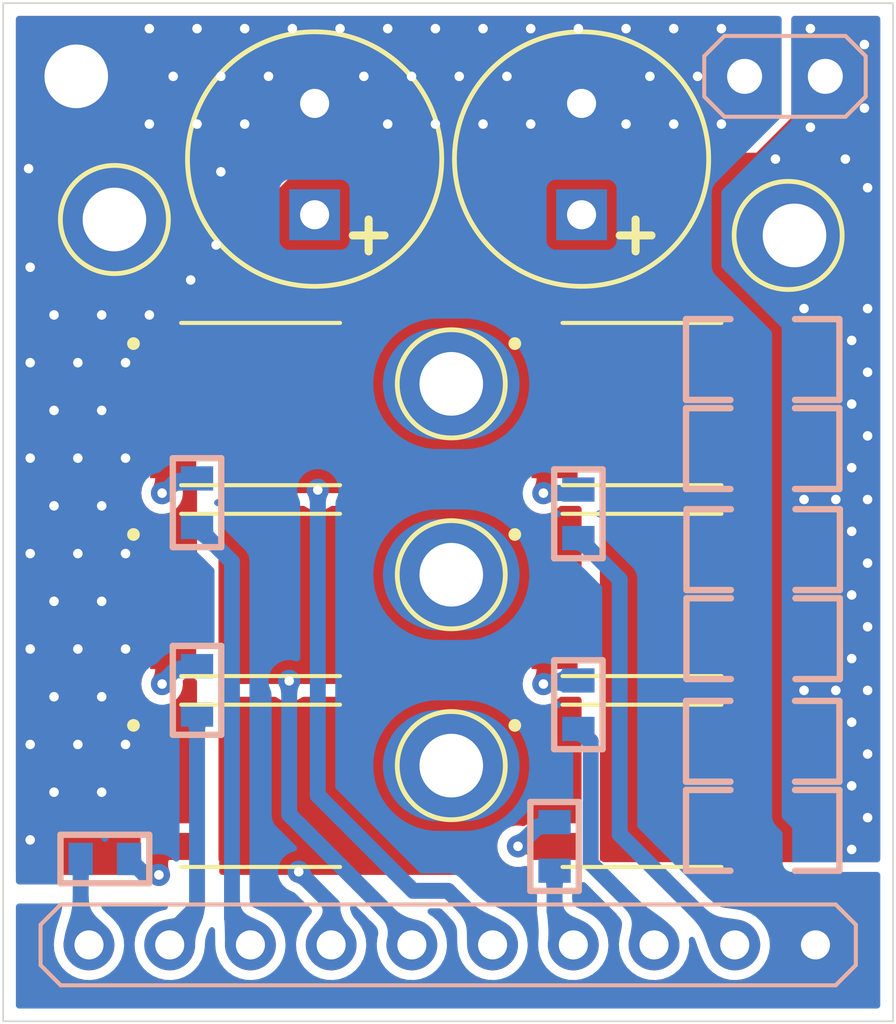
<source format=kicad_pcb>
(kicad_pcb (version 20211014) (generator pcbnew)
  (layers (0 "F.Cu" signal "Top Layer") (31 "B.Cu" signal "Bottom Layer") (34 "B.Paste" user "Bottom Paste") (35 "F.Paste" user "Top Paste") (36 "B.SilkS" user "Bottom Overlay") (37 "F.SilkS" user "Top Overlay") (38 "B.Mask" user "Bottom Solder") (39 "F.Mask" user "Top Solder") (44 "Edge.Cuts" user))
  (net 0 "")
  (net 1 "/MC")
  (net 2 "Net-(Q1-Pad4)")
  (net 3 "/MB")
  (net 4 "Net-(Q3-Pad4)")
  (net 5 "/MA")
  (net 6 "Net-(Q5-Pad4)")
  (net 7 "Net-(Q7-Pad4)")
  (net 8 "Net-(Q9-Pad4)")
  (net 9 "Net-(Q11-Pad4)")
  (net 10 "/GHIC")
  (net 11 "/GHIB")
  (net 12 "/GHIA")
  (net 13 "/GLOC")
  (net 14 "/GLOB")
  (net 15 "GND")
  (net 16 "VCC")
  (net 17 "/GLOA")
  (footprint "TPHR8504PL_L1Q.IntLib:TRANS_TPHR8504PL,L1Q" (layer "F.Cu") (at 142.601098 107.603599)
    (fp_text reference "Q9" hide)
    (fp_text value "(DNP)TPHR8504PL,L1Q" hide)
  )
  (footprint "test.PcbLib:CAP+_D8_3R5" (layer "F.Cu") (at 144.301098 93.903601 90)
    (fp_text reference "C1" hide)
    (fp_text value "220uF" hide)
  )
  (footprint "test.PcbLib:WIRE_TH_PAD" (layer "F.Cu") (at 148.601098 112.968599 90)
    (fp_text reference "TP3" hide)
    (fp_text value "~" hide)
  )
  (footprint "test.PcbLib:WIRE_TH_PAD" (layer "F.Cu") (at 148.601098 100.968601 90)
    (fp_text reference "TP5" hide)
    (fp_text value "~" hide)
  )
  (footprint "" (layer "F.Cu") (at 160.2011 106.703601)
    (fp_text reference "")
    (fp_text value "")
  )
  (footprint "" (layer "F.Cu") (at 137.0011 106.203599)
    (fp_text reference "")
    (fp_text value "")
  )
  (footprint "test.PcbLib:CAP+_D8_3R5" (layer "F.Cu") (at 152.701098 93.903601 90)
    (fp_text reference "C2" hide)
    (fp_text value "220uF" hide)
  )
  (footprint "TPHR8504PL_L1Q.IntLib:TRANS_TPHR8504PL,L1Q" (layer "F.Cu") (at 142.601098 113.603599)
    (fp_text reference "Q7" hide)
    (fp_text value "(DNP)TPHR8504PL,L1Q" hide)
  )
  (footprint "TPHR8504PL_L1Q.IntLib:TRANS_TPHR8504PL,L1Q" (layer "F.Cu") (at 154.601098 113.603599)
    (fp_text reference "Q1" hide)
    (fp_text value "(DNP)TPHR8504PL,L1Q" hide)
  )
  (footprint "TPHR8504PL_L1Q.IntLib:TRANS_TPHR8504PL,L1Q" (layer "F.Cu") (at 154.601098 107.603599)
    (fp_text reference "Q3" hide)
    (fp_text value "(DNP)TPHR8504PL,L1Q" hide)
  )
  (footprint "TPHR8504PL_L1Q.IntLib:TRANS_TPHR8504PL,L1Q" (layer "F.Cu") (at 154.601098 101.603601)
    (fp_text reference "Q5" hide)
    (fp_text value "(DNP)TPHR8504PL,L1Q" hide)
  )
  (footprint "test.PcbLib:WIRE_TH_PAD" (layer "F.Cu") (at 148.601098 106.968599 90)
    (fp_text reference "TP4" hide)
    (fp_text value "~" hide)
  )
  (footprint "TPHR8504PL_L1Q.IntLib:TRANS_TPHR8504PL,L1Q" (layer "F.Cu") (at 142.601098 101.603601)
    (fp_text reference "Q11" hide)
    (fp_text value "(DNP)TPHR8504PL,L1Q" hide)
  )
  (footprint "test.PcbLib:WIRE_TH_PAD" (layer "F.Cu") (at 159.201098 96.303601)
    (fp_text reference "TP1" hide)
    (fp_text value "~" hide)
  )
  (footprint "test.PcbLib:WIRE_TH_PAD" (layer "F.Cu") (at 138.001098 95.803599 90)
    (fp_text reference "TP2" hide)
    (fp_text value "~" hide)
  )
  (footprint "test.PcbLib:C1206" (layer "B.Cu") (at 158.415365 106.178599)
    (fp_text reference "C3" hide)
    (fp_text value "10uF" hide)
  )
  (footprint "test.PcbLib:C1206" (layer "B.Cu") (at 158.401101 103.003603)
    (fp_text reference "C7" hide)
    (fp_text value "10uF" hide)
  )
  (footprint "test.PcbLib:R0603" (layer "B.Cu") (at 140.601098 110.603601 90)
    (fp_text reference "R5" hide)
    (fp_text value "10R" hide)
  )
  (footprint "test.PcbLib:C1206" (layer "B.Cu") (at 158.401101 100.203601)
    (fp_text reference "C8" hide)
    (fp_text value "10uF" hide)
  )
  (footprint "test.PcbLib:C1206" (layer "B.Cu") (at 158.401096 115.003597)
    (fp_text reference "C5" hide)
    (fp_text value "10uF" hide)
  )
  (footprint "test.PcbLib:R0603" (layer "B.Cu") (at 151.851098 115.508599 90)
    (fp_text reference "R1" hide)
    (fp_text value "10R" hide)
  )
  (footprint "Super_Lib_V1_0.IntLib:STL2X1" (layer "B.Cu") (at 159.101098 91.303601 90)
    (fp_text reference "ST1" hide)
    (fp_text value "~" hide)
  )
  (footprint "test.PcbLib:R0603" (layer "B.Cu") (at 152.6011 105.053599 90)
    (fp_text reference "R3" hide)
    (fp_text value "10R" hide)
  )
  (footprint "test.PcbLib:R0603" (layer "B.Cu") (at 152.6011 111.053599 90)
    (fp_text reference "R2" hide)
    (fp_text value "10R" hide)
  )
  (footprint "test.PcbLib:C1206" (layer "B.Cu") (at 158.401096 112.203599)
    (fp_text reference "C6" hide)
    (fp_text value "10uF" hide)
  )
  (footprint "test.PcbLib:R0603" (layer "B.Cu") (at 140.601098 104.703599 90)
    (fp_text reference "R6" hide)
    (fp_text value "10R" hide)
  )
  (footprint "test.PcbLib:STL10X1" (layer "B.Cu") (at 160.061098 118.603599 180)
    (fp_text reference "ST2" hide)
    (fp_text value "=Value" hide)
  )
  (footprint "test.PcbLib:R0603" (layer "B.Cu") (at 137.701098 115.903599)
    (fp_text reference "R4" hide)
    (fp_text value "10R" hide)
  )
  (footprint "test.PcbLib:C1206" (layer "B.Cu") (at 158.415365 108.978595)
    (fp_text reference "C4" hide)
    (fp_text value "10uF" hide)
  )
  (gr_poly (pts (xy 150.804146 115.256101) (xy 150.899147 115.255156) (xy 151.124145 115.240988) (xy 151.179147 115.232487) (xy 151.224145 115.222098) (xy 151.259146 115.20982) (xy 151.284145 115.195651) (xy 151.299146 115.179594) (xy 151.304145 115.161648) (xy 151.304145 115.855551) (xy 151.299146 115.836656) (xy 151.284145 115.81975) (xy 151.259146 115.80483) (xy 151.224145 115.791901) (xy 151.179147 115.780964) (xy 151.124145 115.772013) (xy 151.059147 115.765051) (xy 150.899147 115.757096) (xy 150.804146 115.7561)) (layer "F.Cu") (width 0) (fill solid))
  (gr_poly (pts (xy 151.615681 110.093139) (xy 151.706969 110.091344) (xy 151.86072 110.076985) (xy 151.923179 110.06442) (xy 151.976031 110.048265) (xy 152.019272 110.028522) (xy 152.052907 110.005189) (xy 152.07693 109.978265) (xy 152.091342 109.947752) (xy 152.096148 109.913648) (xy 152.096148 110.669552) (xy 152.091342 110.655033) (xy 152.07693 110.642044) (xy 152.052907 110.630581) (xy 152.019272 110.620647) (xy 151.976031 110.612242) (xy 151.923179 110.605363) (xy 151.78865 110.596194) (xy 151.615681 110.593138)) (layer "B.Cu") (width 0) (fill solid))
  (gr_poly (pts (xy 146.836755 117.485703) (xy 146.887306 117.532733) (xy 146.941873 117.576747) (xy 147.000455 117.617735) (xy 147.063054 117.655702) (xy 147.12967 117.690648) (xy 147.2003 117.72257) (xy 147.274946 117.751473) (xy 147.436284 117.800211) (xy 147.522977 117.820048) (xy 146.580939 118.426082) (xy 146.595468 118.347685) (xy 146.602791 118.271861) (xy 146.602907 118.198615) (xy 146.595821 118.127944) (xy 146.581526 118.059852) (xy 146.560027 117.994333) (xy 146.53132 117.931391) (xy 146.495409 117.871026) (xy 146.45229 117.813236) (xy 146.401968 117.758021)) (layer "B.Cu") (width 0) (fill solid))
  (gr_line (start 134.5011 121.003599) (end 162.5011 121.003599) (layer "Edge.Cuts") (width 0.05))
  (gr_line (start 162.5011 121.003599) (end 162.5011 89.003601) (layer "Edge.Cuts") (width 0.05))
  (gr_line (start 162.5011 89.003601) (end 134.5011 89.003601) (layer "Edge.Cuts") (width 0.05))
  (gr_line (start 134.5011 89.003601) (end 134.5011 121.003599) (layer "Edge.Cuts") (width 0.05))
  (segment (start 143.801098 116.303599) (end 143.801098 115.403601) (width 0.5) (layer "F.Cu") (net 1))
  (via (at 143.801098 116.303599) (size 0.7) (drill 0.3) (layers "F.Cu" "B.Cu") (net 1))
  (segment (start 144.865014 118.559683) (end 144.865014 117.367517) (width 0.5) (layer "B.Cu") (net 1))
  (segment (start 143.801098 116.303599) (end 144.865014 117.367517) (width 0.5) (layer "B.Cu") (net 1))
  (segment (start 144.821098 118.603599) (end 144.865014 118.559683) (width 0.5) (layer "B.Cu") (net 1))
  (segment (start 150.703598 115.5061) (end 151.848599 115.5061) (width 0.5) (layer "F.Cu") (net 2))
  (segment (start 151.848599 115.5061) (end 151.851098 115.508599) (width 0.5) (layer "F.Cu") (net 2))
  (segment (start 150.701098 115.503601) (end 150.703598 115.5061) (width 0.5) (layer "F.Cu") (net 2))
  (via (at 150.701098 115.503601) (size 0.7) (drill 0.3) (layers "F.Cu" "B.Cu") (net 2))
  (segment (start 151.720098 114.877599) (end 151.851098 114.746599) (width 0.5) (layer "B.Cu") (net 2))
  (segment (start 150.701098 115.503601) (end 151.327098 114.877599) (width 0.5) (layer "B.Cu") (net 2))
  (segment (start 151.327098 114.877599) (end 151.720098 114.877599) (width 0.5) (layer "B.Cu") (net 2))
  (segment (start 143.501098 110.303601) (end 143.501098 109.203601) (width 0.5) (layer "F.Cu") (net 3))
  (via (at 143.501098 110.303601) (size 0.7) (drill 0.3) (layers "F.Cu" "B.Cu") (net 3))
  (segment (start 143.501098 114.503599) (end 147.301098 118.303599) (width 0.5) (layer "B.Cu") (net 3))
  (segment (start 143.501098 114.503599) (end 143.501098 110.303601) (width 0.5) (layer "B.Cu") (net 3))
  (segment (start 147.301098 118.603599) (end 147.301098 118.303599) (width 0.5) (layer "B.Cu") (net 3))
  (segment (start 151.501098 110.403601) (end 151.539364 110.365333) (width 0.5) (layer "F.Cu") (net 4))
  (segment (start 151.714365 109.508599) (end 151.851098 109.508599) (width 0.5) (layer "F.Cu") (net 4))
  (segment (start 151.539364 109.683599) (end 151.714365 109.508599) (width 0.5) (layer "F.Cu") (net 4))
  (segment (start 151.539364 110.365333) (end 151.539364 109.683599) (width 0.5) (layer "F.Cu") (net 4))
  (via (at 151.501098 110.403601) (size 0.7) (drill 0.3) (layers "F.Cu" "B.Cu") (net 4))
  (segment (start 151.555219 110.403601) (end 151.615681 110.343139) (width 0.5) (layer "B.Cu") (net 4))
  (segment (start 151.615681 110.343139) (end 152.561559 110.343139) (width 0.5) (layer "B.Cu") (net 4))
  (segment (start 152.561559 110.343139) (end 152.601098 110.303601) (width 0.5) (layer "B.Cu") (net 4))
  (segment (start 151.501098 110.403601) (end 151.555219 110.403601) (width 0.5) (layer "B.Cu") (net 4))
  (segment (start 144.401098 104.303601) (end 144.401098 102.303599) (width 0.5) (layer "F.Cu") (net 5))
  (segment (start 144.401098 102.303599) (end 144.501098 102.203599) (width 0.5) (layer "F.Cu") (net 5))
  (via (at 144.401098 104.303601) (size 0.7) (drill 0.3) (layers "F.Cu" "B.Cu") (net 5))
  (segment (start 149.455015 117.859804) (end 149.901098 118.305887) (width 0.5) (layer "B.Cu") (net 5))
  (segment (start 149.901098 118.603599) (end 149.901098 118.305887) (width 0.5) (layer "B.Cu") (net 5))
  (segment (start 148.5011 116.903601) (end 149.455015 117.857516) (width 0.5) (layer "B.Cu") (net 5))
  (segment (start 147.4011 116.903601) (end 148.5011 116.903601) (width 0.5) (layer "B.Cu") (net 5))
  (segment (start 144.401098 113.903599) (end 144.401098 104.303601) (width 0.5) (layer "B.Cu") (net 5))
  (segment (start 144.401098 113.903599) (end 147.4011 116.903601) (width 0.5) (layer "B.Cu") (net 5))
  (segment (start 149.455015 117.859804) (end 149.455015 117.857516) (width 0.5) (layer "B.Cu") (net 5))
  (segment (start 151.539364 103.683602) (end 151.714365 103.508601) (width 0.5) (layer "F.Cu") (net 6))
  (segment (start 151.501098 104.403599) (end 151.539364 104.365333) (width 0.5) (layer "F.Cu") (net 6))
  (segment (start 151.714365 103.508601) (end 151.851098 103.508601) (width 0.5) (layer "F.Cu") (net 6))
  (segment (start 151.539364 104.365333) (end 151.539364 103.683602) (width 0.5) (layer "F.Cu") (net 6))
  (via (at 151.501098 104.403599) (size 0.7) (drill 0.3) (layers "F.Cu" "B.Cu") (net 6))
  (segment (start 151.507619 104.397078) (end 152.495621 104.397078) (width 0.5) (layer "B.Cu") (net 6))
  (segment (start 151.501098 104.403599) (end 151.507619 104.397078) (width 0.5) (layer "B.Cu") (net 6))
  (segment (start 152.495621 104.397078) (end 152.6011 104.291599) (width 0.5) (layer "B.Cu") (net 6))
  (segment (start 139.699098 115.508599) (end 139.851098 115.508599) (width 0.254) (layer "F.Cu") (net 7))
  (segment (start 139.439366 115.565333) (end 139.501098 115.503601) (width 0.5) (layer "F.Cu") (net 7))
  (segment (start 139.439366 116.365332) (end 139.439366 115.565333) (width 0.5) (layer "F.Cu") (net 7))
  (segment (start 139.401098 116.403599) (end 139.439366 116.365332) (width 0.5) (layer "F.Cu") (net 7))
  (segment (start 139.602596 115.605102) (end 139.699098 115.508599) (width 0.254) (layer "F.Cu") (net 7))
  (via (at 139.401098 116.403599) (size 0.7) (drill 0.3) (layers "F.Cu" "B.Cu") (net 7))
  (segment (start 138.721098 116.161601) (end 138.92483 116.365332) (width 0.5) (layer "B.Cu") (net 7))
  (segment (start 138.92483 116.365332) (end 139.36283 116.365332) (width 0.5) (layer "B.Cu") (net 7))
  (segment (start 138.594098 116.161601) (end 138.721098 116.161601) (width 0.5) (layer "B.Cu") (net 7))
  (segment (start 138.463098 116.030599) (end 138.594098 116.161601) (width 0.5) (layer "B.Cu") (net 7))
  (segment (start 139.36283 116.365332) (end 139.401098 116.403599) (width 0.5) (layer "B.Cu") (net 7))
  (segment (start 138.463098 116.030599) (end 138.463098 115.903599) (width 0.5) (layer "B.Cu") (net 7))
  (segment (start 139.501098 110.403601) (end 139.539365 110.365333) (width 0.5) (layer "F.Cu") (net 8))
  (segment (start 139.539365 110.365333) (end 139.539365 109.683599) (width 0.5) (layer "F.Cu") (net 8))
  (segment (start 139.539365 109.683599) (end 139.714366 109.508599) (width 0.5) (layer "F.Cu") (net 8))
  (segment (start 139.714366 109.508599) (end 139.851098 109.508599) (width 0.5) (layer "F.Cu") (net 8))
  (via (at 139.501098 110.403601) (size 0.7) (drill 0.3) (layers "F.Cu" "B.Cu") (net 8))
  (segment (start 139.896215 109.972601) (end 140.470098 109.972601) (width 0.5) (layer "B.Cu") (net 8))
  (segment (start 139.426272 110.442544) (end 139.896215 109.972601) (width 0.5) (layer "B.Cu") (net 8))
  (segment (start 140.470098 109.972601) (end 140.601098 109.841601) (width 0.5) (layer "B.Cu") (net 8))
  (segment (start 139.539365 103.683602) (end 139.714366 103.508601) (width 0.5) (layer "F.Cu") (net 9))
  (segment (start 139.539365 104.365333) (end 139.539365 103.683602) (width 0.5) (layer "F.Cu") (net 9))
  (segment (start 139.501098 104.403599) (end 139.539365 104.365333) (width 0.5) (layer "F.Cu") (net 9))
  (segment (start 139.714366 103.508601) (end 139.851098 103.508601) (width 0.5) (layer "F.Cu") (net 9))
  (via (at 139.501098 104.403599) (size 0.7) (drill 0.3) (layers "F.Cu" "B.Cu") (net 9))
  (segment (start 139.55522 104.403599) (end 139.88622 104.072599) (width 0.5) (layer "B.Cu") (net 9))
  (segment (start 139.88622 104.072599) (end 140.470098 104.072599) (width 0.5) (layer "B.Cu") (net 9))
  (segment (start 139.501098 104.403599) (end 139.55522 104.403599) (width 0.5) (layer "B.Cu") (net 9))
  (segment (start 140.470098 104.072599) (end 140.601098 103.941599) (width 0.5) (layer "B.Cu") (net 9))
  (segment (start 152.338812 118.203601) (end 152.501098 118.203601) (width 0.5) (layer "B.Cu") (net 10))
  (segment (start 151.851098 117.553602) (end 152.230585 117.933088) (width 0.5) (layer "B.Cu") (net 10))
  (segment (start 152.230585 118.095374) (end 152.338812 118.203601) (width 0.5) (layer "B.Cu") (net 10))
  (segment (start 151.851098 117.553602) (end 151.851098 116.270599) (width 0.5) (layer "B.Cu") (net 10))
  (segment (start 152.230585 118.095374) (end 152.230585 117.933088) (width 0.5) (layer "B.Cu") (net 10))
  (segment (start 152.6011 111.815599) (end 152.7281 111.815599) (width 0.5) (layer "B.Cu") (net 11))
  (segment (start 152.989308 116.03981) (end 154.770585 117.821087) (width 0.5) (layer "B.Cu") (net 11))
  (segment (start 152.8591 112.073599) (end 152.989308 112.203808) (width 0.5) (layer "B.Cu") (net 11))
  (segment (start 152.989308 116.03981) (end 152.989308 112.203808) (width 0.5) (layer "B.Cu") (net 11))
  (segment (start 154.770585 118.393087) (end 154.770585 117.821087) (width 0.5) (layer "B.Cu") (net 11))
  (segment (start 152.7281 111.815599) (end 152.8591 111.946599) (width 0.5) (layer "B.Cu") (net 11))
  (segment (start 154.770585 118.393087) (end 154.981098 118.603599) (width 0.5) (layer "B.Cu") (net 11))
  (segment (start 152.8591 112.073599) (end 152.8591 111.946599) (width 0.5) (layer "B.Cu") (net 11))
  (segment (start 152.8591 106.073599) (end 152.8591 105.946599) (width 0.5) (layer "B.Cu") (net 12))
  (segment (start 152.7281 105.815599) (end 152.8591 105.946599) (width 0.5) (layer "B.Cu") (net 12))
  (segment (start 153.901098 115.126104) (end 157.378593 118.603599) (width 0.5) (layer "B.Cu") (net 12))
  (segment (start 153.901098 115.126104) (end 153.901098 107.115597) (width 0.5) (layer "B.Cu") (net 12))
  (segment (start 152.8591 106.073599) (end 153.901098 107.115597) (width 0.5) (layer "B.Cu") (net 12))
  (segment (start 152.6011 105.815599) (end 152.7281 105.815599) (width 0.5) (layer "B.Cu") (net 12))
  (segment (start 157.378593 118.603599) (end 157.521098 118.603599) (width 0.5) (layer "B.Cu") (net 12))
  (segment (start 136.939098 118.043888) (end 136.990585 118.095374) (width 0.5) (layer "B.Cu") (net 13))
  (segment (start 136.901098 118.803599) (end 136.990585 118.714113) (width 0.5) (layer "B.Cu") (net 13))
  (segment (start 136.990585 118.714113) (end 136.990585 118.095374) (width 0.5) (layer "B.Cu") (net 13))
  (segment (start 136.939098 118.043888) (end 136.939098 115.903599) (width 0.5) (layer "B.Cu") (net 13))
  (segment (start 140.601098 117.403599) (end 140.601098 111.365601) (width 0.5) (layer "B.Cu") (net 14))
  (segment (start 139.701098 118.303601) (end 139.743383 118.303601) (width 0.5) (layer "B.Cu") (net 14))
  (segment (start 139.95161 118.095374) (end 139.95161 118.053088) (width 0.5) (layer "B.Cu") (net 14))
  (segment (start 139.743383 118.303601) (end 139.95161 118.095374) (width 0.5) (layer "B.Cu") (net 14))
  (segment (start 139.95161 118.053088) (end 140.601098 117.403599) (width 0.5) (layer "B.Cu") (net 14))
  (via (at 139.101104 98.803596) (size 0.6) (drill 0.3) (layers "F.Cu" "B.Cu") (net 15))
  (via (at 139.101104 89.803599) (size 0.6) (drill 0.3) (layers "F.Cu" "B.Cu") (net 15))
  (via (at 148.101101 92.803599) (size 0.6) (drill 0.3) (layers "F.Cu" "B.Cu") (net 15))
  (via (at 148.101101 89.803599) (size 0.6) (drill 0.3) (layers "F.Cu" "B.Cu") (net 15))
  (via (at 139.851105 91.303599) (size 0.6) (drill 0.3) (layers "F.Cu" "B.Cu") (net 15))
  (via (at 155.601098 89.803599) (size 0.6) (drill 0.3) (layers "F.Cu" "B.Cu") (net 15))
  (via (at 136.101105 104.803595) (size 0.6) (drill 0.3) (layers "F.Cu" "B.Cu") (net 15))
  (via (at 137.601104 107.803594) (size 0.6) (drill 0.3) (layers "F.Cu" "B.Cu") (net 15))
  (via (at 136.101105 98.803596) (size 0.6) (drill 0.3) (layers "F.Cu" "B.Cu") (net 15))
  (via (at 138.351105 112.303592) (size 0.6) (drill 0.3) (layers "F.Cu" "B.Cu") (net 15))
  (via (at 154.101098 92.803599) (size 0.6) (drill 0.3) (layers "F.Cu" "B.Cu") (net 15))
  (via (at 146.601101 89.803599) (size 0.6) (drill 0.3) (layers "F.Cu" "B.Cu") (net 15))
  (via (at 151.1011 92.803599) (size 0.6) (drill 0.3) (layers "F.Cu" "B.Cu") (net 15))
  (via (at 135.351106 97.303597) (size 0.6) (drill 0.3) (layers "F.Cu" "B.Cu") (net 15))
  (via (at 140.601103 89.803599) (size 0.6) (drill 0.3) (layers "F.Cu" "B.Cu") (net 15))
  (via (at 142.101103 92.803599) (size 0.6) (drill 0.3) (layers "F.Cu" "B.Cu") (net 15))
  (via (at 149.6011 92.803599) (size 0.6) (drill 0.3) (layers "F.Cu" "B.Cu") (net 15))
  (via (at 150.351102 91.303599) (size 0.6) (drill 0.3) (layers "F.Cu" "B.Cu") (net 15))
  (via (at 136.851106 112.303592) (size 0.6) (drill 0.3) (layers "F.Cu" "B.Cu") (net 15))
  (via (at 140.601103 92.803599) (size 0.6) (drill 0.3) (layers "F.Cu" "B.Cu") (net 15))
  (via (at 135.351106 100.303596) (size 0.6) (drill 0.3) (layers "F.Cu" "B.Cu") (net 15))
  (via (at 135.351106 106.303594) (size 0.6) (drill 0.3) (layers "F.Cu" "B.Cu") (net 15))
  (via (at 138.351105 103.303595) (size 0.6) (drill 0.3) (layers "F.Cu" "B.Cu") (net 15))
  (via (at 136.101105 101.803595) (size 0.6) (drill 0.3) (layers "F.Cu" "B.Cu") (net 15))
  (via (at 136.101105 110.803593) (size 0.6) (drill 0.3) (layers "F.Cu" "B.Cu") (net 15))
  (via (at 136.101105 113.803592) (size 0.6) (drill 0.3) (layers "F.Cu" "B.Cu") (net 15))
  (via (at 149.6011 89.803599) (size 0.6) (drill 0.3) (layers "F.Cu" "B.Cu") (net 15))
  (via (at 137.601104 101.803595) (size 0.6) (drill 0.3) (layers "F.Cu" "B.Cu") (net 15))
  (via (at 136.801098 91.303601) (size 3.5) (drill 2) (layers "F.Cu" "B.Cu") (net 15))
  (via (at 137.601104 110.803593) (size 0.6) (drill 0.3) (layers "F.Cu" "B.Cu") (net 15))
  (via (at 136.851106 109.303593) (size 0.6) (drill 0.3) (layers "F.Cu" "B.Cu") (net 15))
  (via (at 151.1011 89.803599) (size 0.6) (drill 0.3) (layers "F.Cu" "B.Cu") (net 15))
  (via (at 136.851106 100.303596) (size 0.6) (drill 0.3) (layers "F.Cu" "B.Cu") (net 15))
  (via (at 157.101098 92.803599) (size 0.6) (drill 0.3) (layers "F.Cu" "B.Cu") (net 15))
  (via (at 138.351105 100.303596) (size 0.6) (drill 0.3) (layers "F.Cu" "B.Cu") (net 15))
  (via (at 154.8511 91.303599) (size 0.6) (drill 0.3) (layers "F.Cu" "B.Cu") (net 15))
  (via (at 137.601104 104.803595) (size 0.6) (drill 0.3) (layers "F.Cu" "B.Cu") (net 15))
  (via (at 138.351105 106.303594) (size 0.6) (drill 0.3) (layers "F.Cu" "B.Cu") (net 15))
  (via (at 141.351104 94.303599) (size 0.6) (drill 0.3) (layers "F.Cu" "B.Cu") (net 15))
  (via (at 152.6011 89.803599) (size 0.6) (drill 0.3) (layers "F.Cu" "B.Cu") (net 15))
  (via (at 154.101098 89.803599) (size 0.6) (drill 0.3) (layers "F.Cu" "B.Cu") (net 15))
  (via (at 135.351106 112.303592) (size 0.6) (drill 0.3) (layers "F.Cu" "B.Cu") (net 15))
  (via (at 139.101104 92.803599) (size 0.6) (drill 0.3) (layers "F.Cu" "B.Cu") (net 15))
  (via (at 136.101105 107.803594) (size 0.6) (drill 0.3) (layers "F.Cu" "B.Cu") (net 15))
  (via (at 136.851106 106.303594) (size 0.6) (drill 0.3) (layers "F.Cu" "B.Cu") (net 15))
  (via (at 135.301098 94.203599) (size 0.6) (drill 0.3) (layers "F.Cu" "B.Cu") (net 15))
  (via (at 138.351105 109.303593) (size 0.6) (drill 0.3) (layers "F.Cu" "B.Cu") (net 15))
  (via (at 157.101098 89.803599) (size 0.6) (drill 0.3) (layers "F.Cu" "B.Cu") (net 15))
  (via (at 156.3511 91.303599) (size 0.6) (drill 0.3) (layers "F.Cu" "B.Cu") (net 15))
  (via (at 147.351102 91.303599) (size 0.6) (drill 0.3) (layers "F.Cu" "B.Cu") (net 15))
  (via (at 141.351104 91.303599) (size 0.6) (drill 0.3) (layers "F.Cu" "B.Cu") (net 15))
  (via (at 142.101103 89.803599) (size 0.6) (drill 0.3) (layers "F.Cu" "B.Cu") (net 15))
  (via (at 137.601104 113.803592) (size 0.6) (drill 0.3) (layers "F.Cu" "B.Cu") (net 15))
  (via (at 137.601104 98.803596) (size 0.6) (drill 0.3) (layers "F.Cu" "B.Cu") (net 15))
  (via (at 143.601102 89.803599) (size 0.6) (drill 0.3) (layers "F.Cu" "B.Cu") (net 15))
  (via (at 140.401098 97.703599) (size 0.6) (drill 0.3) (layers "F.Cu" "B.Cu") (net 15))
  (via (at 135.351106 103.303595) (size 0.6) (drill 0.3) (layers "F.Cu" "B.Cu") (net 15))
  (via (at 146.601101 92.803599) (size 0.6) (drill 0.3) (layers "F.Cu" "B.Cu") (net 15))
  (via (at 145.851103 91.303599) (size 0.6) (drill 0.3) (layers "F.Cu" "B.Cu") (net 15))
  (via (at 135.351106 115.303591) (size 0.6) (drill 0.3) (layers "F.Cu" "B.Cu") (net 15))
  (via (at 145.101102 89.803599) (size 0.6) (drill 0.3) (layers "F.Cu" "B.Cu") (net 15))
  (via (at 155.601098 92.803599) (size 0.6) (drill 0.3) (layers "F.Cu" "B.Cu") (net 15))
  (via (at 135.351106 109.303593) (size 0.6) (drill 0.3) (layers "F.Cu" "B.Cu") (net 15))
  (via (at 141.201098 96.603601) (size 0.6) (drill 0.3) (layers "F.Cu" "B.Cu") (net 15))
  (via (at 142.851104 91.303599) (size 0.6) (drill 0.3) (layers "F.Cu" "B.Cu") (net 15))
  (via (at 136.851106 103.303595) (size 0.6) (drill 0.3) (layers "F.Cu" "B.Cu") (net 15))
  (via (at 148.851102 91.303599) (size 0.6) (drill 0.3) (layers "F.Cu" "B.Cu") (net 15))
  (via (at 161.2011 109.603603) (size 0.6) (drill 0.3) (layers "F.Cu" "B.Cu") (net 16))
  (via (at 159.701098 98.603597) (size 0.6) (drill 0.3) (layers "F.Cu" "B.Cu") (net 16))
  (via (at 161.001098 93.903599) (size 0.6) (drill 0.3) (layers "F.Cu" "B.Cu") (net 16))
  (via (at 160.701098 110.603603) (size 0.6) (drill 0.3) (layers "F.Cu" "B.Cu") (net 16))
  (via (at 161.701098 94.803599) (size 0.6) (drill 0.3) (layers "F.Cu" "B.Cu") (net 16))
  (via (at 161.2011 111.603604) (size 0.6) (drill 0.3) (layers "F.Cu" "B.Cu") (net 16))
  (via (at 161.2011 107.603602) (size 0.6) (drill 0.3) (layers "F.Cu" "B.Cu") (net 16))
  (via (at 161.601098 92.303599) (size 0.6) (drill 0.3) (layers "F.Cu" "B.Cu") (net 16))
  (via (at 161.701098 98.603597) (size 0.6) (drill 0.3) (layers "F.Cu" "B.Cu") (net 16))
  (via (at 161.2011 115.603606) (size 0.6) (drill 0.3) (layers "F.Cu" "B.Cu") (net 16))
  (via (at 161.601098 90.303599) (size 0.6) (drill 0.3) (layers "F.Cu" "B.Cu") (net 16))
  (via (at 160.701098 104.603599) (size 0.6) (drill 0.3) (layers "F.Cu" "B.Cu") (net 16))
  (via (at 161.2011 113.603605) (size 0.6) (drill 0.3) (layers "F.Cu" "B.Cu") (net 16))
  (via (at 161.701098 114.603605) (size 0.6) (drill 0.3) (layers "F.Cu" "B.Cu") (net 16))
  (via (at 161.701098 106.603601) (size 0.6) (drill 0.3) (layers "F.Cu" "B.Cu") (net 16))
  (via (at 161.701098 100.603599) (size 0.6) (drill 0.3) (layers "F.Cu" "B.Cu") (net 16))
  (via (at 161.701098 108.603602) (size 0.6) (drill 0.3) (layers "F.Cu" "B.Cu") (net 16))
  (via (at 159.701098 110.603603) (size 0.6) (drill 0.3) (layers "F.Cu" "B.Cu") (net 16))
  (via (at 161.2011 99.603597) (size 0.6) (drill 0.3) (layers "F.Cu" "B.Cu") (net 16))
  (via (at 159.901098 92.903599) (size 0.6) (drill 0.3) (layers "F.Cu" "B.Cu") (net 16))
  (via (at 158.801098 93.903599) (size 0.6) (drill 0.3) (layers "F.Cu" "B.Cu") (net 16))
  (via (at 161.2011 101.603599) (size 0.6) (drill 0.3) (layers "F.Cu" "B.Cu") (net 16))
  (via (at 159.9011 89.803599) (size 0.6) (drill 0.3) (layers "F.Cu" "B.Cu") (net 16))
  (via (at 161.701098 104.603599) (size 0.6) (drill 0.3) (layers "F.Cu" "B.Cu") (net 16))
  (via (at 161.2011 105.603601) (size 0.6) (drill 0.3) (layers "F.Cu" "B.Cu") (net 16))
  (via (at 161.701098 110.603603) (size 0.6) (drill 0.3) (layers "F.Cu" "B.Cu") (net 16))
  (via (at 159.701098 104.603599) (size 0.6) (drill 0.3) (layers "F.Cu" "B.Cu") (net 16))
  (via (at 161.701098 112.603604) (size 0.6) (drill 0.3) (layers "F.Cu" "B.Cu") (net 16))
  (via (at 161.701098 102.603599) (size 0.6) (drill 0.3) (layers "F.Cu" "B.Cu") (net 16))
  (via (at 161.2011 103.603599) (size 0.6) (drill 0.3) (layers "F.Cu" "B.Cu") (net 16))
  (segment (start 140.728098 105.465599) (end 140.859098 105.596599) (width 0.5) (layer "B.Cu") (net 17))
  (segment (start 141.701098 117.760604) (end 142.101098 118.160604) (width 0.5) (layer "B.Cu") (net 17))
  (segment (start 140.859098 105.723599) (end 141.701098 106.565599) (width 0.5) (layer "B.Cu") (net 17))
  (segment (start 140.859098 105.723599) (end 140.859098 105.596599) (width 0.5) (layer "B.Cu") (net 17))
  (segment (start 141.701098 117.760604) (end 141.701098 106.565599) (width 0.5) (layer "B.Cu") (net 17))
  (segment (start 140.601098 105.465599) (end 140.728098 105.465599) (width 0.5) (layer "B.Cu") (net 17))
  (segment (start 142.101098 118.203601) (end 142.101098 118.160604) (width 0.5) (layer "B.Cu") (net 17))
  (zone (net 9) (net_name "Net-(Q11-Pad4)") (layer "F.Cu") (priority 16962) (connect_pads yes (clearance 0)) (min_thickness 0.0254) (fill yes (thermal_gap 0.508) (thermal_bridge_width 0.508))
    (polygon (pts (xy 139.289365 103.705333) (xy 139.289414 103.778895) (xy 139.289164 103.844564) (xy 139.288017 103.903437) (xy 139.285375 103.956613) (xy 139.28064 104.00519) (xy 139.273214 104.050268) (xy 139.2625 104.092943) (xy 139.247899 104.134316) (xy 139.228813 104.175484) (xy 139.204646 104.217546) (xy 139.481985 104.577552) (xy 139.830876 104.286355) (xy 139.814303 104.234604) (xy 139.802206 104.185392) (xy 139.793942 104.137237) (xy 139.788868 104.088657) (xy 139.786339 104.038172) (xy 139.785712 103.984301) (xy 139.786345 103.925562) (xy 139.787594 103.860475) (xy 139.788815 103.787559) (xy 139.789365 103.705333)))
  )
  (zone (net 1) (net_name "/MC") (layer "F.Cu") (priority 9) (connect_pads yes (clearance 0.3)) (min_thickness 0.2) (fill yes (thermal_gap 0) (thermal_bridge_width 0.2))
    (polygon (pts (xy 141.301098 110.803599) (xy 141.301098 116.403599) (xy 152.701098 116.403599) (xy 152.701098 110.803599)))
  )
  (zone (net 15) (net_name "GND") (layer "F.Cu") (priority 8) (connect_pads yes (clearance 0.3)) (min_thickness 0.2) (fill yes (thermal_gap 0) (thermal_bridge_width 0.2))
    (polygon (pts (xy 140.601098 98.703599) (xy 140.601098 99.203603) (xy 138.701092 101.103599) (xy 134.901098 101.103599) (xy 134.901098 89.403599) (xy 158.9011 89.403599) (xy 158.9011 92.303599) (xy 158.001098 93.203599) (xy 144.001098 93.203599) (xy 142.401095 94.803604) (xy 142.401095 97.353604) (xy 141.0511 98.703599)))
  )
  (zone (net 8) (net_name "Net-(Q9-Pad4)") (layer "F.Cu") (priority 16962) (connect_pads yes (clearance 0)) (min_thickness 0.0254) (fill yes (thermal_gap 0.508) (thermal_bridge_width 0.508))
    (polygon (pts (xy 139.789365 110.228599) (xy 139.791103 110.176233) (xy 139.796391 110.129278) (xy 139.805337 110.087444) (xy 139.818049 110.050443) (xy 139.834634 110.017985) (xy 139.855201 109.989783) (xy 139.879859 109.965548) (xy 139.908714 109.94499) (xy 139.941875 109.927821) (xy 139.979451 109.913753) (xy 140.005443 109.362539) (xy 139.426098 109.508599) (xy 139.422269 109.586283) (xy 139.411877 109.654839) (xy 139.396563 109.717215) (xy 139.377967 109.776361) (xy 139.357731 109.835227) (xy 139.337495 109.896763) (xy 139.318899 109.963918) (xy 139.303585 110.039642) (xy 139.293193 110.126886) (xy 139.289365 110.228599)))
  )
  (zone (net 8) (net_name "Net-(Q9-Pad4)") (layer "F.Cu") (priority 16962) (connect_pads yes (clearance 0)) (min_thickness 0.0254) (fill yes (thermal_gap 0.508) (thermal_bridge_width 0.508))
    (polygon (pts (xy 139.289365 109.705333) (xy 139.289414 109.778895) (xy 139.289164 109.844564) (xy 139.288017 109.903438) (xy 139.285375 109.956614) (xy 139.28064 110.005191) (xy 139.273215 110.050269) (xy 139.2625 110.092945) (xy 139.247899 110.134318) (xy 139.228813 110.175486) (xy 139.204646 110.217548) (xy 139.481985 110.577554) (xy 139.830876 110.286357) (xy 139.814303 110.234606) (xy 139.802206 110.185394) (xy 139.793942 110.137238) (xy 139.788867 110.088658) (xy 139.786339 110.038173) (xy 139.785712 109.984302) (xy 139.786345 109.925563) (xy 139.787594 109.860476) (xy 139.788815 109.787559) (xy 139.789365 109.705333)))
  )
  (zone (net 6) (net_name "Net-(Q5-Pad4)") (layer "F.Cu") (priority 16962) (connect_pads yes (clearance 0)) (min_thickness 0.0254) (fill yes (thermal_gap 0.508) (thermal_bridge_width 0.508))
    (polygon (pts (xy 151.289364 103.705333) (xy 151.289413 103.778895) (xy 151.289163 103.844564) (xy 151.288016 103.903437) (xy 151.285374 103.956613) (xy 151.280639 104.005191) (xy 151.273213 104.050268) (xy 151.262499 104.092944) (xy 151.247898 104.134317) (xy 151.228812 104.175485) (xy 151.204645 104.217547) (xy 151.481985 104.577552) (xy 151.830876 104.286355) (xy 151.814303 104.234604) (xy 151.802206 104.185392) (xy 151.793942 104.137237) (xy 151.788867 104.088657) (xy 151.786338 104.038172) (xy 151.785712 103.984301) (xy 151.786344 103.925562) (xy 151.787593 103.860475) (xy 151.788814 103.787559) (xy 151.789364 103.705333)))
  )
  (zone (net 3) (net_name "/MB") (layer "F.Cu") (priority 1) (connect_pads yes (clearance 0.3)) (min_thickness 0.2) (fill yes (thermal_gap 0) (thermal_bridge_width 0.2) (island_removal_mode 1) (island_area_min 0))
    (polygon (pts (xy 141.301098 104.803599) (xy 141.301098 110.403599) (xy 152.701098 110.403599) (xy 152.701098 104.803599)))
  )
  (zone (net 9) (net_name "Net-(Q11-Pad4)") (layer "F.Cu") (priority 16962) (connect_pads yes (clearance 0)) (min_thickness 0.0254) (fill yes (thermal_gap 0.508) (thermal_bridge_width 0.508))
    (polygon (pts (xy 139.789365 104.228602) (xy 139.791103 104.176236) (xy 139.796392 104.12928) (xy 139.805337 104.087446) (xy 139.818049 104.050445) (xy 139.834635 104.017988) (xy 139.855202 103.989786) (xy 139.879859 103.96555) (xy 139.908714 103.944992) (xy 139.941876 103.927823) (xy 139.979452 103.913755) (xy 140.005443 103.362541) (xy 139.426098 103.508601) (xy 139.422269 103.586286) (xy 139.411877 103.654841) (xy 139.396563 103.717217) (xy 139.377967 103.776363) (xy 139.357731 103.835229) (xy 139.337495 103.896765) (xy 139.318899 103.96392) (xy 139.303585 104.039645) (xy 139.293193 104.126889) (xy 139.289365 104.228602)))
  )
  (zone (net 4) (net_name "Net-(Q3-Pad4)") (layer "F.Cu") (priority 16962) (connect_pads yes (clearance 0)) (min_thickness 0.0254) (fill yes (thermal_gap 0.508) (thermal_bridge_width 0.508))
    (polygon (pts (xy 151.289364 109.705333) (xy 151.289413 109.778896) (xy 151.289163 109.844564) (xy 151.288016 109.903438) (xy 151.285374 109.956614) (xy 151.280639 110.005192) (xy 151.273213 110.050269) (xy 151.262499 110.092945) (xy 151.247898 110.134318) (xy 151.228812 110.175486) (xy 151.204645 110.217549) (xy 151.481985 110.577554) (xy 151.830876 110.286356) (xy 151.814303 110.234605) (xy 151.802206 110.185393) (xy 151.793942 110.137237) (xy 151.788867 110.088658) (xy 151.786338 110.038173) (xy 151.785712 109.984301) (xy 151.786344 109.925563) (xy 151.787593 109.860476) (xy 151.788814 109.787559) (xy 151.789364 109.705333)))
  )
  (zone (net 2) (net_name "Net-(Q1-Pad4)") (layer "F.Cu") (priority 16962) (connect_pads yes (clearance 0)) (min_thickness 0.0254) (fill yes (thermal_gap 0.508) (thermal_bridge_width 0.508))
    (polygon (pts (xy 151.003599 115.7561) (xy 151.097723 115.756812) (xy 151.179573 115.759226) (xy 151.251407 115.763762) (xy 151.315485 115.770836) (xy 151.374066 115.780867) (xy 151.429409 115.794272) (xy 151.483773 115.81147) (xy 151.539418 115.832877) (xy 151.598602 115.858913) (xy 151.663586 115.889996) (xy 152.063594 115.509855) (xy 151.668111 115.12501) (xy 151.602411 115.155507) (xy 151.542644 115.181037) (xy 151.486522 115.202012) (xy 151.431759 115.218846) (xy 151.376066 115.231955) (xy 151.317156 115.241751) (xy 151.252742 115.24865) (xy 151.180536 115.253065) (xy 151.09825 115.25541) (xy 151.003599 115.2561)))
  )
  (zone (net 15) (net_name "GND") (layer "F.Cu") (connect_pads yes (clearance 0.3)) (min_thickness 0.2) (fill yes (thermal_gap 0) (thermal_bridge_width 0.2))
    (polygon (pts (xy 134.901098 99.203601) (xy 139.096095 99.203601) (xy 140.601098 99.203601) (xy 140.601098 116.403599) (xy 134.901098 116.403599)))
  )
  (zone (net 4) (net_name "Net-(Q3-Pad4)") (layer "F.Cu") (priority 16962) (connect_pads yes (clearance 0)) (min_thickness 0.0254) (fill yes (thermal_gap 0.508) (thermal_bridge_width 0.508))
    (polygon (pts (xy 151.789364 110.228599) (xy 151.791102 110.176233) (xy 151.796391 110.129278) (xy 151.805337 110.087444) (xy 151.818048 110.050443) (xy 151.834634 110.017985) (xy 151.855201 109.989783) (xy 151.879858 109.965548) (xy 151.908714 109.94499) (xy 151.941875 109.927821) (xy 151.979451 109.913753) (xy 152.005443 109.362539) (xy 151.426098 109.508599) (xy 151.422269 109.586283) (xy 151.411877 109.654839) (xy 151.396563 109.717215) (xy 151.377967 109.776361) (xy 151.357731 109.835227) (xy 151.337494 109.896763) (xy 151.318898 109.963918) (xy 151.303584 110.039642) (xy 151.293192 110.126886) (xy 151.289364 110.228599)))
  )
  (zone (net 5) (net_name "/MA") (layer "F.Cu") (priority 11) (connect_pads yes (clearance 0.3)) (min_thickness 0.2) (fill yes (thermal_gap 0.2) (thermal_bridge_width 0.2))
    (polygon (pts (xy 141.301098 99.303599) (xy 141.801093 98.803604) (xy 152.601098 98.803601) (xy 152.701098 98.903601) (xy 152.701098 104.403599) (xy 141.301098 104.403599)))
  )
  (zone (net 6) (net_name "Net-(Q5-Pad4)") (layer "F.Cu") (priority 16962) (connect_pads yes (clearance 0)) (min_thickness 0.0254) (fill yes (thermal_gap 0.508) (thermal_bridge_width 0.508))
    (polygon (pts (xy 151.789364 104.228602) (xy 151.791102 104.176236) (xy 151.796391 104.12928) (xy 151.805336 104.087446) (xy 151.818048 104.050445) (xy 151.834634 104.017988) (xy 151.855201 103.989785) (xy 151.879858 103.96555) (xy 151.908713 103.944992) (xy 151.941875 103.927823) (xy 151.979451 103.913755) (xy 152.005443 103.362541) (xy 151.426098 103.508601) (xy 151.422269 103.586286) (xy 151.411877 103.654841) (xy 151.396563 103.717217) (xy 151.377967 103.776363) (xy 151.357731 103.835229) (xy 151.337494 103.896765) (xy 151.318898 103.96392) (xy 151.303584 104.039645) (xy 151.293192 104.126889) (xy 151.289364 104.228602)))
  )
  (zone (net 7) (net_name "Net-(Q7-Pad4)") (layer "F.Cu") (priority 16962) (connect_pads yes (clearance 0)) (min_thickness 0.0254) (fill yes (thermal_gap 0.508) (thermal_bridge_width 0.508))
    (polygon (pts (xy 139.189366 115.705332) (xy 139.189415 115.778894) (xy 139.189165 115.844563) (xy 139.188018 115.903436) (xy 139.185376 115.956612) (xy 139.180641 116.005189) (xy 139.173215 116.050267) (xy 139.1625 116.092942) (xy 139.147899 116.134315) (xy 139.128813 116.175483) (xy 139.104646 116.217545) (xy 139.381984 116.577552) (xy 139.730876 116.286356) (xy 139.714303 116.234605) (xy 139.702207 116.185393) (xy 139.693943 116.137237) (xy 139.688868 116.088657) (xy 139.686339 116.038172) (xy 139.685713 115.984301) (xy 139.686346 115.925562) (xy 139.687595 115.860475) (xy 139.688816 115.787558) (xy 139.689366 115.705332)))
  )
  (zone (net 16) (net_name "VCC") (layer "F.Cu") (priority 7) (connect_pads yes (clearance 0.3)) (min_thickness 0.2) (fill yes (thermal_gap 0) (thermal_bridge_width 0.2))
    (polygon (pts (xy 143.001098 98.203603) (xy 143.001093 95.003607) (xy 144.301096 93.703607) (xy 158.201098 93.703601) (xy 159.301098 92.603601) (xy 159.301098 89.403599) (xy 162.101098 89.403599) (xy 162.101098 116.003599) (xy 153.301098 116.003599) (xy 153.301098 98.703599) (xy 152.801098 98.203599)))
  )
  (zone (net 7) (net_name "Net-(Q7-Pad4)") (layer "F.Cu") (priority 16962) (connect_pads yes (clearance 0)) (min_thickness 0.0254) (fill yes (thermal_gap 0.508) (thermal_bridge_width 0.508))
    (polygon (pts (xy 139.689366 116.040333) (xy 139.690166 116.019925) (xy 139.692559 116.000663) (xy 139.696534 115.982857) (xy 139.70208 115.966822) (xy 139.709188 115.952872) (xy 139.717845 115.941319) (xy 139.728041 115.932476) (xy 139.739765 115.926658) (xy 139.753007 115.924177) (xy 139.767756 115.925347) (xy 140.056798 115.455275) (xy 139.426098 115.508599) (xy 139.419469 115.569174) (xy 139.401477 115.620574) (xy 139.374963 115.665623) (xy 139.342768 115.707144) (xy 139.307732 115.747961) (xy 139.272695 115.790899) (xy 139.2405 115.838781) (xy 139.213986 115.894432) (xy 139.195994 115.960674) (xy 139.189366 116.040333)))
  )
  (zone (net 2) (net_name "Net-(Q1-Pad4)") (layer "F.Cu") (priority 16962) (connect_pads yes (clearance 0)) (min_thickness 0.0254) (fill yes (thermal_gap 0.508) (thermal_bridge_width 0.508))
    (polygon (pts (xy 151.393598 115.2561) (xy 151.316987 115.256344) (xy 151.248828 115.256674) (xy 151.187857 115.256485) (xy 151.132806 115.255169) (xy 151.08241 115.252122) (xy 151.035404 115.246739) (xy 150.99052 115.238413) (xy 150.946495 115.226538) (xy 150.902061 115.21051) (xy 150.855953 115.189723) (xy 150.526103 115.502325) (xy 150.851357 115.819705) (xy 150.89811 115.799413) (xy 150.943081 115.783838) (xy 150.987559 115.772372) (xy 151.032836 115.764408) (xy 151.080204 115.759336) (xy 151.130954 115.75655) (xy 151.186377 115.755441) (xy 151.247765 115.755402) (xy 151.316408 115.755824) (xy 151.393598 115.7561)))
  )
  (zone (net 15) (net_name "GND") (layer "B.Cu") (priority 6) (connect_pads yes (clearance 0.3)) (min_thickness 0.2) (fill yes (thermal_gap 0) (thermal_bridge_width 0.2))
    (polygon (pts (xy 134.901098 117.303599) (xy 139.901098 117.303599) (xy 139.901098 116.703601) (xy 134.901098 116.703601) (xy 134.901098 89.403599) (xy 162.101098 89.403599) (xy 162.101098 120.603601) (xy 134.901098 120.603601)))
  )
  (zone (net 7) (net_name "Net-(Q7-Pad4)") (layer "B.Cu") (priority 16962) (connect_pads yes (clearance 0)) (min_thickness 0.0254) (fill yes (thermal_gap 0.508) (thermal_bridge_width 0.508))
    (polygon (pts (xy 138.591076 116.385131) (xy 138.656424 116.442175) (xy 138.72033 116.48354) (xy 138.782575 116.512568) (xy 138.842943 116.532601) (xy 138.901218 116.546982) (xy 138.957183 116.559053) (xy 139.010622 116.572157) (xy 139.061317 116.589635) (xy 139.109052 116.614831) (xy 139.153612 116.651086) (xy 139.575051 116.422712) (xy 139.283854 116.073821) (xy 139.252181 116.084945) (xy 139.219979 116.095321) (xy 139.187259 116.103951) (xy 139.154032 116.109836) (xy 139.120308 116.111978) (xy 139.086099 116.109377) (xy 139.051415 116.101035) (xy 139.016268 116.085954) (xy 138.980669 116.063134) (xy 138.944628 116.031578)))
  )
  (zone (net 2) (net_name "Net-(Q1-Pad4)") (layer "B.Cu") (priority 16962) (connect_pads yes (clearance 0)) (min_thickness 0.0254) (fill yes (thermal_gap 0.508) (thermal_bridge_width 0.508))
    (polygon (pts (xy 151.012223 114.838921) (xy 150.958273 114.893225) (xy 150.910378 114.941617) (xy 150.867214 114.984572) (xy 150.827456 115.022566) (xy 150.789778 115.056075) (xy 150.752857 115.085574) (xy 150.715367 115.111539) (xy 150.675983 115.134445) (xy 150.633381 115.154769) (xy 150.586236 115.172986) (xy 150.577355 115.627344) (xy 151.031714 115.618461) (xy 151.04993 115.571315) (xy 151.070253 115.528713) (xy 151.09316 115.489329) (xy 151.119124 115.451839) (xy 151.148623 115.414918) (xy 151.182131 115.37724) (xy 151.220125 115.337482) (xy 151.26308 115.294318) (xy 151.311471 115.246423) (xy 151.365776 115.192474)))
  )
  (zone (net 11) (net_name "/GHIB") (layer "B.Cu") (priority 16962) (connect_pads yes (clearance 0)) (min_thickness 0.0254) (fill yes (thermal_gap 0.508) (thermal_bridge_width 0.508))
    (polygon (pts (xy 153.239308 112.420665) (xy 153.232106 112.330135) (xy 153.212558 112.253884) (xy 153.18375 112.189059) (xy 153.14877 112.132808) (xy 153.110703 112.082278) (xy 153.072636 112.034616) (xy 153.037656 111.98697) (xy 153.008848 111.936487) (xy 152.9893 111.880314) (xy 152.982099 111.815599) (xy 152.466397 111.680896) (xy 152.476066 112.175498) (xy 152.512715 112.187678) (xy 152.54971 112.199802) (xy 152.586061 112.212919) (xy 152.620777 112.228079) (xy 152.652869 112.246329) (xy 152.681347 112.26872) (xy 152.705219 112.2963) (xy 152.723497 112.330118) (xy 152.73519 112.371223) (xy 152.739308 112.420665)))
  )
  (zone (net 12) (net_name "/GHIA") (layer "B.Cu") (priority 16962) (connect_pads yes (clearance 0)) (min_thickness 0.0254) (fill yes (thermal_gap 0.508) (thermal_bridge_width 0.508))
    (polygon (pts (xy 153.319426 106.180371) (xy 153.259152 106.12) (xy 153.206528 106.066545) (xy 153.160721 106.018362) (xy 153.120898 105.973805) (xy 153.086227 105.931232) (xy 153.055874 105.888997) (xy 153.029008 105.845457) (xy 153.004795 105.798968) (xy 152.982403 105.747885) (xy 152.960999 105.690565) (xy 152.466397 105.680896) (xy 152.476066 106.175498) (xy 152.533386 106.196902) (xy 152.584469 106.219294) (xy 152.630958 106.243507) (xy 152.674498 106.270373) (xy 152.716733 106.300726) (xy 152.759306 106.335397) (xy 152.803863 106.37522) (xy 152.852046 106.421027) (xy 152.905501 106.473651) (xy 152.965872 106.533925)))
  )
  (zone (net 1) (net_name "/MC") (layer "B.Cu") (priority 16962) (connect_pads yes (clearance 0)) (min_thickness 0.0254) (fill yes (thermal_gap 0.508) (thermal_bridge_width 0.508))
    (polygon (pts (xy 144.465777 116.614726) (xy 144.411472 116.560775) (xy 144.36308 116.512881) (xy 144.320125 116.469717) (xy 144.282131 116.429958) (xy 144.248623 116.392281) (xy 144.219124 116.355359) (xy 144.193159 116.317869) (xy 144.170253 116.278485) (xy 144.149929 116.235883) (xy 144.131713 116.188738) (xy 143.677355 116.179856) (xy 143.686237 116.634214) (xy 143.733382 116.65243) (xy 143.775984 116.672754) (xy 143.815368 116.69566) (xy 143.852858 116.721625) (xy 143.889779 116.751124) (xy 143.927457 116.784633) (xy 143.967215 116.822627) (xy 144.010379 116.865582) (xy 144.058274 116.913974) (xy 144.112224 116.968279)))
  )
  (zone (net 1) (net_name "/MC") (layer "B.Cu") (priority 16962) (connect_pads yes (clearance 0)) (min_thickness 0.0254) (fill yes (thermal_gap 0.508) (thermal_bridge_width 0.508))
    (polygon (pts (xy 144.428069 117.284125) (xy 144.509255 117.384615) (xy 144.548851 117.47905) (xy 144.553129 117.569092) (xy 144.528362 117.656403) (xy 144.480823 117.742648) (xy 144.416785 117.82949) (xy 144.342522 117.918591) (xy 144.264305 118.011615) (xy 144.188408 118.110225) (xy 144.121104 118.216085) (xy 144.799277 119.003053) (xy 145.386854 118.037844) (xy 145.289308 117.926241) (xy 145.220338 117.819116) (xy 145.172312 117.714861) (xy 145.1376 117.611872) (xy 145.108572 117.508541) (xy 145.077597 117.403265) (xy 145.037045 117.294435) (xy 144.979285 117.180447) (xy 144.896688 117.059694) (xy 144.781623 116.930572)))
  )
  (zone (net 5) (net_name "/MA") (layer "B.Cu") (priority 16962) (connect_pads yes (clearance 0)) (min_thickness 0.0254) (fill yes (thermal_gap 0.508) (thermal_bridge_width 0.508))
    (polygon (pts (xy 148.757133 117.513187) (xy 148.868772 117.634453) (xy 148.952284 117.746127) (xy 149.011793 117.851259) (xy 149.051428 117.952901) (xy 149.075317 118.054102) (xy 149.087585 118.157915) (xy 149.092361 118.26739) (xy 149.093773 118.385578) (xy 149.095946 118.515531) (xy 149.10301 118.6603) (xy 150.100552 118.95038) (xy 150.351424 117.942263) (xy 150.204791 117.848626) (xy 150.073231 117.77519) (xy 149.952972 117.715661) (xy 149.84024 117.663745) (xy 149.731264 117.613146) (xy 149.622271 117.557572) (xy 149.509489 117.490728) (xy 149.389146 117.406319) (xy 149.257469 117.298053) (xy 149.110686 117.159634)))
  )
  (zone (net 9) (net_name "Net-(Q11-Pad4)") (layer "B.Cu") (priority 16962) (connect_pads yes (clearance 0)) (min_thickness 0.0254) (fill yes (thermal_gap 0.508) (thermal_bridge_width 0.508))
    (polygon (pts (xy 140.078115 103.822599) (xy 139.991895 103.829067) (xy 139.918161 103.846623) (xy 139.854607 103.872495) (xy 139.798928 103.903911) (xy 139.748817 103.938099) (xy 139.70197 103.972287) (xy 139.65608 104.003703) (xy 139.608841 104.029575) (xy 139.557949 104.047131) (xy 139.501098 104.0536) (xy 139.364579 104.513085) (xy 139.817189 104.553885) (xy 139.831611 104.52254) (xy 139.846273 104.490532) (xy 139.862057 104.458794) (xy 139.879845 104.42826) (xy 139.900521 104.399864) (xy 139.924968 104.374537) (xy 139.954068 104.353214) (xy 139.988703 104.336827) (xy 140.029758 104.326311) (xy 140.078115 104.322599)))
  )
  (zone (net 3) (net_name "/MB") (layer "B.Cu") (priority 16962) (connect_pads yes (clearance 0)) (min_thickness 0.0254) (fill yes (thermal_gap 0.508) (thermal_bridge_width 0.508))
    (polygon (pts (xy 143.751098 110.993601) (xy 143.750847 110.917053) (xy 143.750495 110.848968) (xy 143.750643 110.788072) (xy 143.751891 110.733093) (xy 143.754839 110.682757) (xy 143.760087 110.635791) (xy 143.768237 110.590921) (xy 143.779888 110.546875) (xy 143.795642 110.50238) (xy 143.816098 110.456162) (xy 143.501098 110.128601) (xy 143.186098 110.456162) (xy 143.206553 110.50238) (xy 143.222307 110.546875) (xy 143.233958 110.590921) (xy 143.242108 110.635791) (xy 143.247356 110.682757) (xy 143.250304 110.733093) (xy 143.251552 110.788072) (xy 143.2517 110.848968) (xy 143.251348 110.917053) (xy 143.251098 110.993601)))
  )
  (zone (net 8) (net_name "Net-(Q9-Pad4)") (layer "B.Cu") (priority 16962) (connect_pads yes (clearance 0)) (min_thickness 0.0254) (fill yes (thermal_gap 0.508) (thermal_bridge_width 0.508))
    (polygon (pts (xy 139.931615 109.722601) (xy 139.858344 109.731869) (xy 139.799518 109.757025) (xy 139.752237 109.794096) (xy 139.713603 109.839113) (xy 139.680718 109.888101) (xy 139.650684 109.937089) (xy 139.620604 109.982105) (xy 139.587578 110.019177) (xy 139.548708 110.044333) (xy 139.501098 110.053601) (xy 139.389981 110.538797) (xy 139.84132 110.48575) (xy 139.845249 110.457024) (xy 139.845505 110.424631) (xy 139.843891 110.390149) (xy 139.842209 110.355152) (xy 139.842261 110.321215) (xy 139.845849 110.289916) (xy 139.854777 110.262829) (xy 139.870845 110.24153) (xy 139.895857 110.227596) (xy 139.931615 110.222601)))
  )
  (zone (net 13) (net_name "/GLOC") (layer "B.Cu") (priority 16962) (connect_pads yes (clearance 0)) (min_thickness 0.0254) (fill yes (thermal_gap 0.508) (thermal_bridge_width 0.508))
    (polygon (pts (xy 137.189098 116.664599) (xy 137.189186 116.579969) (xy 137.189825 116.505563) (xy 137.191575 116.439641) (xy 137.194996 116.380464) (xy 137.200648 116.326293) (xy 137.209093 116.27539) (xy 137.22089 116.226015) (xy 137.236599 116.17643) (xy 137.256782 116.124895) (xy 137.281998 116.069673) (xy 136.939098 115.713099) (xy 136.596198 116.069673) (xy 136.621413 116.124895) (xy 136.641596 116.17643) (xy 136.657305 116.226015) (xy 136.669102 116.27539) (xy 136.677547 116.326293) (xy 136.683199 116.380464) (xy 136.68662 116.439641) (xy 136.68837 116.505563) (xy 136.689009 116.579969) (xy 136.689098 116.664599)))
  )
  (zone (net 9) (net_name "Net-(Q11-Pad4)") (layer "B.Cu") (priority 16962) (connect_pads yes (clearance 0)) (min_thickness 0.0254) (fill yes (thermal_gap 0.508) (thermal_bridge_width 0.508))
    (polygon (pts (xy 140.043818 104.268553) (xy 140.098105 104.224758) (xy 140.15077 104.201444) (xy 140.202214 104.195013) (xy 140.252841 104.201868) (xy 140.303052 104.218412) (xy 140.353249 104.241048) (xy 140.403836 104.26618) (xy 140.455214 104.290211) (xy 140.507786 104.309544) (xy 140.561954 104.320582) (xy 140.780172 103.876617) (xy 140.328017 103.675917) (xy 140.275738 103.718172) (xy 140.220139 103.744133) (xy 140.161507 103.758382) (xy 140.100128 103.7655) (xy 140.03629 103.770069) (xy 139.97028 103.776668) (xy 139.902385 103.78988) (xy 139.832893 103.814285) (xy 139.762091 103.854465) (xy 139.690266 103.915001)))
  )
  (zone (net 17) (net_name "/GLOA") (layer "B.Cu") (priority 16962) (connect_pads yes (clearance 0)) (min_thickness 0.0254) (fill yes (thermal_gap 0.508) (thermal_bridge_width 0.508))
    (polygon (pts (xy 141.319424 105.830371) (xy 141.25915 105.77) (xy 141.206526 105.716545) (xy 141.160719 105.668362) (xy 141.120896 105.623805) (xy 141.086225 105.581232) (xy 141.055872 105.538997) (xy 141.029006 105.495457) (xy 141.004793 105.448968) (xy 140.982401 105.397885) (xy 140.960997 105.340565) (xy 140.466395 105.330896) (xy 140.476064 105.825498) (xy 140.533384 105.846902) (xy 140.584467 105.869294) (xy 140.630956 105.893507) (xy 140.674496 105.920373) (xy 140.716731 105.950726) (xy 140.759304 105.985397) (xy 140.803861 106.02522) (xy 140.852044 106.071027) (xy 140.905499 106.123651) (xy 140.96587 106.183925)))
  )
  (zone (net 3) (net_name "/MB") (layer "B.Cu") (priority 16962) (connect_pads yes (clearance 0)) (min_thickness 0.0254) (fill yes (thermal_gap 0.508) (thermal_bridge_width 0.508))
    (polygon (pts (xy 146.1838 117.539854) (xy 146.297821 117.663356) (xy 146.383501 117.776721) (xy 146.445157 117.883129) (xy 146.48711 117.985763) (xy 146.513676 118.087802) (xy 146.529176 118.19243) (xy 146.537927 118.302827) (xy 146.54425 118.422175) (xy 146.552462 118.553655) (xy 146.566882 118.700449) (xy 147.577776 118.939888) (xy 147.777522 117.920408) (xy 147.628785 117.835731) (xy 147.495552 117.769907) (xy 147.374069 117.716805) (xy 147.260581 117.670294) (xy 147.151335 117.624243) (xy 147.042577 117.572521) (xy 146.930554 117.508996) (xy 146.811511 117.427539) (xy 146.681695 117.322017) (xy 146.537353 117.186301)))
  )
  (zone (net 14) (net_name "/GLOB") (layer "B.Cu") (priority 16962) (connect_pads yes (clearance 0)) (min_thickness 0.0254) (fill yes (thermal_gap 0.508) (thermal_bridge_width 0.508))
    (polygon (pts (xy 140.351098 117.292015) (xy 140.332504 117.456971) (xy 140.28016 117.575339) (xy 140.199219 117.656415) (xy 140.094833 117.709496) (xy 139.972155 117.74388) (xy 139.836339 117.768863) (xy 139.692539 117.793745) (xy 139.545906 117.827821) (xy 139.401595 117.880389) (xy 139.264758 117.960747) (xy 139.555631 118.958058) (xy 140.541198 118.603599) (xy 140.549875 118.445139) (xy 140.573427 118.310761) (xy 140.608136 118.193708) (xy 140.650282 118.087226) (xy 140.696148 117.98456) (xy 140.742013 117.878953) (xy 140.784159 117.76365) (xy 140.818868 117.631897) (xy 140.84242 117.476937) (xy 140.851098 117.292015)))
  )
  (zone (net 4) (net_name "Net-(Q3-Pad4)") (layer "B.Cu") (priority 16962) (connect_pads yes (clearance 0)) (min_thickness 0.0254) (fill yes (thermal_gap 0.508) (thermal_bridge_width 0.508))
    (polygon (pts (xy 151.840559 110.593139) (xy 151.931033 110.592916) (xy 152.010306 110.592616) (xy 152.08039 110.592791) (xy 152.143297 110.593994) (xy 152.201038 110.596777) (xy 152.255625 110.601692) (xy 152.309071 110.609292) (xy 152.363387 110.62013) (xy 152.420585 110.634757) (xy 152.482678 110.653727) (xy 152.789867 110.265966) (xy 152.390396 109.974165) (xy 152.34221 110.004302) (xy 152.296397 110.028899) (xy 152.251502 110.048512) (xy 152.206066 110.063699) (xy 152.158635 110.075019) (xy 152.107751 110.08303) (xy 152.051958 110.08829) (xy 151.989799 110.091355) (xy 151.919818 110.092786) (xy 151.840559 110.093139)))
  )
  (zone (net 6) (net_name "Net-(Q5-Pad4)") (layer "B.Cu") (priority 16962) (connect_pads yes (clearance 0)) (min_thickness 0.0254) (fill yes (thermal_gap 0.508) (thermal_bridge_width 0.508))
    (polygon (pts (xy 151.844621 104.647078) (xy 151.941211 104.646462) (xy 152.025609 104.644974) (xy 152.100084 104.643157) (xy 152.166901 104.64155) (xy 152.228328 104.640696) (xy 152.286632 104.641134) (xy 152.344079 104.643406) (xy 152.402937 104.648052) (xy 152.465472 104.655615) (xy 152.533953 104.666635) (xy 152.7845 104.240079) (xy 152.348478 104.006393) (xy 152.30769 104.040218) (xy 152.267867 104.068252) (xy 152.227846 104.091019) (xy 152.186466 104.109045) (xy 152.142566 104.122856) (xy 152.094984 104.132977) (xy 152.04256 104.139935) (xy 151.984132 104.144253) (xy 151.91854 104.146459) (xy 151.844621 104.147078)))
  )
  (zone (net 2) (net_name "Net-(Q1-Pad4)") (layer "B.Cu") (priority 16962) (connect_pads yes (clearance 0)) (min_thickness 0.0254) (fill yes (thermal_gap 0.508) (thermal_bridge_width 0.508))
    (polygon (pts (xy 151.349725 115.208524) (xy 151.398541 115.165393) (xy 151.445652 115.134499) (xy 151.491482 115.114154) (xy 151.536453 115.102675) (xy 151.580989 115.098375) (xy 151.625513 115.099569) (xy 151.670448 115.104572) (xy 151.716218 115.111699) (xy 151.763245 115.119264) (xy 151.811954 115.125582) (xy 152.030172 114.681617) (xy 151.578017 114.480917) (xy 151.526767 114.527505) (xy 151.475306 114.563846) (xy 151.423134 114.593017) (xy 151.369754 114.618095) (xy 151.314666 114.642159) (xy 151.257372 114.668285) (xy 151.197374 114.699552) (xy 151.134174 114.739037) (xy 151.067272 114.789818) (xy 150.996172 114.854973)))
  )
  (zone (net 10) (net_name "/GHIC") (layer "B.Cu") (priority 16962) (connect_pads yes (clearance 0)) (min_thickness 0.0254) (fill yes (thermal_gap 0.508) (thermal_bridge_width 0.508))
    (polygon (pts (xy 152.101098 117.031599) (xy 152.101186 116.946969) (xy 152.101825 116.872563) (xy 152.103575 116.806641) (xy 152.106996 116.747464) (xy 152.112648 116.693293) (xy 152.121093 116.64239) (xy 152.13289 116.593015) (xy 152.148599 116.54343) (xy 152.168782 116.491895) (xy 152.193998 116.436673) (xy 151.851098 116.080099) (xy 151.508198 116.436673) (xy 151.533413 116.491895) (xy 151.553596 116.54343) (xy 151.569305 116.593015) (xy 151.581102 116.64239) (xy 151.589547 116.693293) (xy 151.595199 116.747464) (xy 151.59862 116.806641) (xy 151.60037 116.872563) (xy 151.601009 116.946969) (xy 151.601098 117.031599)))
  )
  (zone (net 13) (net_name "/GLOC") (layer "B.Cu") (priority 16962) (connect_pads yes (clearance 0)) (min_thickness 0.0254) (fill yes (thermal_gap 0.508) (thermal_bridge_width 0.508))
    (polygon (pts (xy 136.689098 117.043788) (xy 136.683231 117.248976) (xy 136.666984 117.42181) (xy 136.642383 117.569532) (xy 136.611458 117.699382) (xy 136.576236 117.8186) (xy 136.538744 117.934429) (xy 136.501012 118.054109) (xy 136.465067 118.184882) (xy 136.432937 118.333987) (xy 136.40665 118.508667) (xy 137.331524 118.98179) (xy 137.76814 118.039132) (xy 137.667577 117.942073) (xy 137.574626 117.856988) (xy 137.489988 117.779179) (xy 137.414362 117.703951) (xy 137.34845 117.626607) (xy 137.292951 117.542451) (xy 137.248566 117.446788) (xy 137.215995 117.33492) (xy 137.195939 117.202152) (xy 137.189098 117.043788)))
  )
  (zone (net 16) (net_name "VCC") (layer "B.Cu") (priority 7) (connect_pads yes (clearance 0.3)) (min_thickness 0.2) (fill yes (thermal_gap 0) (thermal_bridge_width 0.2))
    (polygon (pts (xy 162.101096 89.403599) (xy 159.301098 89.403599) (xy 159.301098 92.703599) (xy 157.101098 94.903599) (xy 157.101096 97.303604) (xy 159.001098 99.203603) (xy 159.001098 114.603603) (xy 160.401098 116.003599) (xy 162.101096 116.003599)))
  )
  (zone (net 14) (net_name "/GLOB") (layer "B.Cu") (priority 16962) (connect_pads yes (clearance 0)) (min_thickness 0.0254) (fill yes (thermal_gap 0.508) (thermal_bridge_width 0.508))
    (polygon (pts (xy 140.851098 112.126601) (xy 140.851186 112.041971) (xy 140.851825 111.967565) (xy 140.853575 111.901643) (xy 140.856996 111.842466) (xy 140.862648 111.788295) (xy 140.871093 111.737392) (xy 140.88289 111.688017) (xy 140.898599 111.638432) (xy 140.918782 111.586897) (xy 140.943998 111.531675) (xy 140.601098 111.175101) (xy 140.258198 111.531675) (xy 140.283413 111.586897) (xy 140.303596 111.638432) (xy 140.319305 111.688017) (xy 140.331102 111.737392) (xy 140.339547 111.788295) (xy 140.345199 111.842466) (xy 140.34862 111.901643) (xy 140.35037 111.967565) (xy 140.351009 112.041971) (xy 140.351098 112.126601)))
  )
  (zone (net 6) (net_name "Net-(Q5-Pad4)") (layer "B.Cu") (priority 16962) (connect_pads yes (clearance 0)) (min_thickness 0.0254) (fill yes (thermal_gap 0.508) (thermal_bridge_width 0.508))
    (polygon (pts (xy 152.197619 104.147078) (xy 152.119401 104.147395) (xy 152.049866 104.147934) (xy 151.987692 104.148075) (xy 151.93156 104.147196) (xy 151.880149 104.144678) (xy 151.832138 104.139901) (xy 151.786209 104.132243) (xy 151.74104 104.121084) (xy 151.695312 104.105805) (xy 151.647705 104.085785) (xy 151.326129 104.406891) (xy 151.659559 104.715672) (xy 151.705497 104.694357) (xy 151.749839 104.67789) (xy 151.793839 104.665658) (xy 151.838751 104.657048) (xy 151.885829 104.651445) (xy 151.936328 104.648237) (xy 151.991503 104.646809) (xy 152.052606 104.646549) (xy 152.120893 104.646843) (xy 152.197619 104.647078)))
  )
  (zone (net 10) (net_name "/GHIC") (layer "B.Cu") (priority 16962) (connect_pads yes (clearance 0)) (min_thickness 0.0254) (fill yes (thermal_gap 0.508) (thermal_bridge_width 0.508))
    (polygon (pts (xy 151.601098 117.180177) (xy 151.603595 117.367502) (xy 151.610168 117.526446) (xy 151.619435 117.663347) (xy 151.630015 117.784547) (xy 151.640529 117.896384) (xy 151.649595 118.005199) (xy 151.655833 118.117333) (xy 151.657862 118.239124) (xy 151.654302 118.376913) (xy 151.643772 118.537041) (xy 152.58492 118.976902) (xy 152.987662 118.019281) (xy 152.870277 117.925685) (xy 152.74919 117.853789) (xy 152.628183 117.796262) (xy 152.511038 117.745775) (xy 152.401539 117.694997) (xy 152.303466 117.636597) (xy 152.220604 117.563246) (xy 152.156733 117.467612) (xy 152.115637 117.342366) (xy 152.101098 117.180177)))
  )
  (zone (net 7) (net_name "Net-(Q7-Pad4)") (layer "B.Cu") (priority 16962) (connect_pads yes (clearance 0)) (min_thickness 0.0254) (fill yes (thermal_gap 0.508) (thermal_bridge_width 0.508))
    (polygon (pts (xy 139.03771 116.115332) (xy 138.984426 116.109514) (xy 138.943158 116.09315) (xy 138.912049 116.067873) (xy 138.889247 116.035316) (xy 138.872895 115.997113) (xy 138.86114 115.954897) (xy 138.852127 115.910301) (xy 138.844002 115.864958) (xy 138.83491 115.820502) (xy 138.822997 115.778566) (xy 138.328395 115.768895) (xy 138.463098 116.284599) (xy 138.527362 116.293859) (xy 138.581306 116.318995) (xy 138.628233 116.356037) (xy 138.671446 116.401017) (xy 138.714249 116.449965) (xy 138.759944 116.498913) (xy 138.811834 116.543893) (xy 138.873223 116.580935) (xy 138.947414 116.606071) (xy 139.03771 116.615332)))
  )
  (zone (net 17) (net_name "/GLOA") (layer "B.Cu") (priority 16962) (connect_pads yes (clearance 0)) (min_thickness 0.0254) (fill yes (thermal_gap 0.508) (thermal_bridge_width 0.508))
    (polygon (pts (xy 141.451098 117.18619) (xy 141.451935 117.381775) (xy 141.454207 117.54765) (xy 141.457556 117.690469) (xy 141.461622 117.816887) (xy 141.466048 117.933557) (xy 141.470473 118.047134) (xy 141.474539 118.164273) (xy 141.477888 118.291627) (xy 141.48016 118.43585) (xy 141.480998 118.603599) (xy 142.49071 118.944337) (xy 142.71169 117.929248) (xy 142.597342 117.863381) (xy 142.485545 117.809118) (xy 142.378532 117.761402) (xy 142.278538 117.715181) (xy 142.187797 117.665399) (xy 142.108544 117.607003) (xy 142.043013 117.534939) (xy 141.993438 117.444151) (xy 141.962055 117.329586) (xy 141.951098 117.18619)))
  )
  (zone (net 11) (net_name "/GHIB") (layer "B.Cu") (priority 16962) (connect_pads yes (clearance 0)) (min_thickness 0.0254) (fill yes (thermal_gap 0.508) (thermal_bridge_width 0.508))
    (polygon (pts (xy 154.029467 117.433522) (xy 154.12518 117.539237) (xy 154.195005 117.638423) (xy 154.242055 117.733227) (xy 154.269439 117.825795) (xy 154.280271 117.918271) (xy 154.27766 118.012803) (xy 154.26472 118.111535) (xy 154.244561 118.216613) (xy 154.220295 118.330183) (xy 154.195034 118.454392) (xy 155.085273 118.989846) (xy 155.546854 118.037843) (xy 155.417991 117.914747) (xy 155.302098 117.814507) (xy 155.195352 117.730828) (xy 155.093928 117.657415) (xy 154.994003 117.587972) (xy 154.891753 117.516204) (xy 154.783353 117.435815) (xy 154.66498 117.34051) (xy 154.53281 117.223993) (xy 154.38302 117.079969)))
  )
  (zone (net 12) (net_name "/GHIA") (layer "B.Cu") (priority 16962) (connect_pads yes (clearance 0)) (min_thickness 0.0254) (fill yes (thermal_gap 0.508) (thermal_bridge_width 0.508))
    (polygon (pts (xy 156.141087 117.719646) (xy 156.273172 117.860518) (xy 156.375223 117.987586) (xy 156.453022 118.104611) (xy 156.512346 118.215354) (xy 156.558977 118.323574) (xy 156.598693 118.433034) (xy 156.637274 118.547493) (xy 156.6805 118.670713) (xy 156.734151 118.806455) (xy 156.804007 118.958479) (xy 157.83708 118.848945) (xy 157.687254 117.820942) (xy 157.536407 117.792868) (xy 157.401684 117.773469) (xy 157.279672 117.758039) (xy 157.166954 117.741875) (xy 157.060117 117.720274) (xy 156.955747 117.688533) (xy 156.850428 117.641948) (xy 156.740747 117.575815) (xy 156.623289 117.485431) (xy 156.49464 117.366093)))
  )
  (zone (net 4) (net_name "Net-(Q3-Pad4)") (layer "B.Cu") (priority 16962) (connect_pads yes (clearance 0)) (min_thickness 0.0254) (fill yes (thermal_gap 0.508) (thermal_bridge_width 0.508))
    (polygon (pts (xy 152.205681 110.093139) (xy 152.119968 110.093903) (xy 152.044073 110.095744) (xy 151.976395 110.097979) (xy 151.915337 110.099928) (xy 151.859303 110.100908) (xy 151.806692 110.100238) (xy 151.755909 110.097238) (xy 151.705354 110.091225) (xy 151.65343 110.081519) (xy 151.59854 110.067439) (xy 151.328588 110.433016) (xy 151.704437 110.688475) (xy 151.744381 110.662395) (xy 151.783903 110.641565) (xy 151.82401 110.625396) (xy 151.865708 110.613298) (xy 151.910004 110.604679) (xy 151.957904 110.598951) (xy 152.010415 110.595523) (xy 152.068544 110.593805) (xy 152.133297 110.593207) (xy 152.205681 110.593139)))
  )
  (zone (net 5) (net_name "/MA") (layer "B.Cu") (priority 16962) (connect_pads yes (clearance 0)) (min_thickness 0.0254) (fill yes (thermal_gap 0.508) (thermal_bridge_width 0.508))
    (polygon (pts (xy 144.651098 104.993601) (xy 144.650847 104.917053) (xy 144.650495 104.848968) (xy 144.650643 104.788072) (xy 144.651891 104.733093) (xy 144.654839 104.682757) (xy 144.660087 104.635791) (xy 144.668237 104.590921) (xy 144.679888 104.546875) (xy 144.695642 104.50238) (xy 144.716098 104.456162) (xy 144.401098 104.128601) (xy 144.086098 104.456162) (xy 144.106553 104.50238) (xy 144.122307 104.546875) (xy 144.133958 104.590921) (xy 144.142108 104.635791) (xy 144.147356 104.682757) (xy 144.150304 104.733093) (xy 144.151552 104.788072) (xy 144.1517 104.848968) (xy 144.151348 104.917053) (xy 144.151098 104.993601)))
  )
  (zone (net 8) (net_name "Net-(Q9-Pad4)") (layer "B.Cu") (priority 16962) (connect_pads yes (clearance 0)) (min_thickness 0.0254) (fill yes (thermal_gap 0.508) (thermal_bridge_width 0.508))
    (polygon (pts (xy 140.046746 110.175623) (xy 140.100678 110.131941) (xy 140.153029 110.108277) (xy 140.204191 110.101138) (xy 140.254555 110.107033) (xy 140.304514 110.122471) (xy 140.35446 110.143959) (xy 140.404785 110.168006) (xy 140.455881 110.19112) (xy 140.50814 110.20981) (xy 140.561954 110.220584) (xy 140.780172 109.776619) (xy 140.328017 109.575919) (xy 140.275831 109.61836) (xy 140.220457 109.644856) (xy 140.162148 109.659901) (xy 140.101159 109.667988) (xy 140.037745 109.673612) (xy 139.972159 109.681267) (xy 139.904656 109.695445) (xy 139.835491 109.720643) (xy 139.764918 109.761353) (xy 139.693193 109.82207)))
  )
)
</source>
